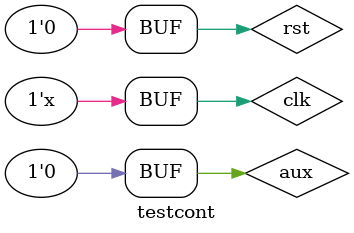
<source format=v>
`timescale 1ns / 1ps


module testcont;

	// Inputs
	reg clk;
	reg rst;
	reg aux;

	// Outputs
	wire [11:0] sal;
	wire [3:0] sal_aux;

	// Instantiate the Unit Under Test (UUT)
	contador_BCD uut (
		.clk(clk), 
		.rst(rst), 
		.aux(aux), 
		.sal(sal), 
		.sal_aux(sal_aux)
	);

	always
		#10 clk = ~clk;
		
	initial begin
		// Initialize Inputs
		clk = 0;
		rst = 0;
		aux = 0;
		
		// Wait 100 ns for global reset to finish
		#100;
        
		// Add stimulus here
		#50 rst = 1;
		#10 aux = 1;
		#10 rst = 0;
		#50 aux = 0;
		#200 aux = 1;
		#500 rst = 1;
		#20 rst = 0;
		#10 aux = 0;
		
	end
      
endmodule


</source>
